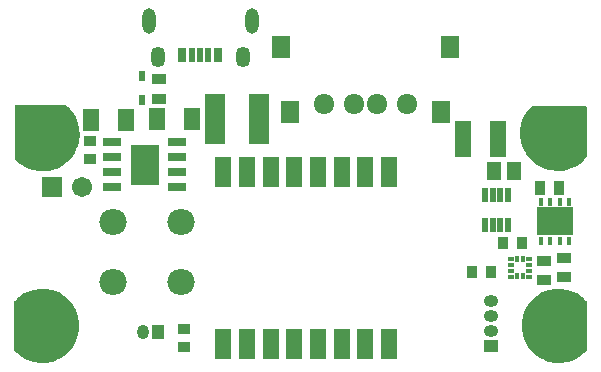
<source format=gbr>
%TF.GenerationSoftware,Altium Limited,Altium Designer,20.2.4 (192)*%
G04 Layer_Color=8388736*
%FSLAX26Y26*%
%MOIN*%
%TF.SameCoordinates,588C5E66-93D0-4E9F-B3F3-82FDCAC5A583*%
%TF.FilePolarity,Negative*%
%TF.FileFunction,Soldermask,Top*%
%TF.Part,Single*%
G01*
G75*
%TA.AperFunction,SMDPad,CuDef*%
%ADD67R,0.056819X0.076000*%
%ADD68R,0.043433X0.035559*%
%ADD70R,0.038000X0.046433*%
%ADD71R,0.035559X0.043433*%
%TA.AperFunction,ComponentPad*%
%ADD76O,0.090677X0.086740*%
%ADD77O,0.043433X0.084772*%
%ADD78O,0.049339X0.069024*%
%ADD79C,0.067055*%
%ADD80R,0.067055X0.067055*%
%ADD81O,0.067055X0.070992*%
%ADD82R,0.059181X0.076898*%
%TA.AperFunction,ViaPad*%
%ADD83C,0.165480*%
%TA.AperFunction,ComponentPad*%
%ADD84R,0.039496X0.048000*%
%ADD85O,0.039496X0.048000*%
%ADD86O,0.048000X0.039496*%
%ADD87R,0.048000X0.039496*%
%TA.AperFunction,SMDPad,CuDef*%
%ADD98R,0.023866X0.035953*%
%ADD99R,0.019527X0.016378*%
%ADD100R,0.016378X0.019527*%
%ADD101R,0.046433X0.038000*%
%TA.AperFunction,ConnectorPad*%
%ADD102R,0.029921X0.049606*%
%ADD103R,0.022047X0.049606*%
%TA.AperFunction,SMDPad,CuDef*%
%ADD104R,0.096063X0.135433*%
%ADD105R,0.063118X0.029654*%
%ADD106R,0.056819X0.118630*%
%ADD107R,0.067055X0.165480*%
%TA.AperFunction,ConnectorPad*%
%ADD108R,0.057213X0.102488*%
%TA.AperFunction,SMDPad,CuDef*%
%ADD109R,0.017323X0.025197*%
%ADD110R,0.123622X0.092126*%
%ADD111R,0.023622X0.049087*%
%ADD112R,0.047370X0.063118*%
G36*
X86150Y248191D02*
X86231Y248194D01*
X106859Y247653D01*
X106941Y247646D01*
X107022Y247646D01*
X107202Y247622D01*
X107382Y247605D01*
X107461Y247587D01*
X107542Y247577D01*
X127775Y243521D01*
X127853Y243500D01*
X127934Y243485D01*
X128108Y243431D01*
X128281Y243384D01*
X128356Y243353D01*
X128435Y243328D01*
X147677Y235877D01*
X147751Y235843D01*
X147828Y235815D01*
X147989Y235732D01*
X148153Y235656D01*
X148222Y235612D01*
X148294Y235575D01*
X165982Y224946D01*
X166048Y224900D01*
X166120Y224859D01*
X166265Y224750D01*
X166412Y224648D01*
X166473Y224593D01*
X166538Y224543D01*
X182151Y211050D01*
X182209Y210993D01*
X182272Y210941D01*
X182396Y210809D01*
X182524Y210682D01*
X182574Y210618D01*
X182630Y210558D01*
X195709Y194597D01*
X195756Y194531D01*
X195810Y194469D01*
X195909Y194318D01*
X196014Y194171D01*
X196053Y194099D01*
X196097Y194030D01*
X206258Y176070D01*
X206294Y175997D01*
X206336Y175927D01*
X206408Y175761D01*
X206486Y175598D01*
X206512Y175521D01*
X206544Y175446D01*
X213489Y156014D01*
X213511Y155936D01*
X213541Y155859D01*
X213583Y155683D01*
X213632Y155510D01*
X213644Y155430D01*
X213664Y155350D01*
X217188Y135018D01*
X217196Y134936D01*
X217212Y134856D01*
X217224Y134677D01*
X217243Y134496D01*
X217241Y134415D01*
X217247Y134333D01*
X217246Y113698D01*
X217241Y113617D01*
X217243Y113535D01*
X217224Y113355D01*
X217212Y113175D01*
X217196Y113095D01*
X217188Y113013D01*
X213664Y92682D01*
X213644Y92603D01*
X213632Y92521D01*
X213583Y92347D01*
X213541Y92172D01*
X213511Y92096D01*
X213489Y92017D01*
X206544Y72586D01*
X206512Y72510D01*
X206486Y72433D01*
X206408Y72270D01*
X206336Y72105D01*
X206294Y72035D01*
X206258Y71961D01*
X196097Y54001D01*
X196053Y53933D01*
X196014Y53860D01*
X195908Y53712D01*
X195810Y53562D01*
X195757Y53501D01*
X195709Y53434D01*
X182630Y37473D01*
X182574Y37413D01*
X182524Y37349D01*
X182395Y37222D01*
X182272Y37090D01*
X182209Y37038D01*
X182151Y36981D01*
X166538Y23488D01*
X166473Y23439D01*
X166412Y23384D01*
X166263Y23280D01*
X166120Y23172D01*
X166049Y23132D01*
X165982Y23085D01*
X148294Y12457D01*
X148221Y12419D01*
X148153Y12375D01*
X147990Y12300D01*
X147828Y12216D01*
X147751Y12188D01*
X147677Y12154D01*
X128434Y4703D01*
X128356Y4678D01*
X128281Y4647D01*
X128107Y4600D01*
X127934Y4546D01*
X127853Y4532D01*
X127775Y4511D01*
X107542Y455D01*
X107461Y444D01*
X107382Y426D01*
X107202Y409D01*
X107022Y386D01*
X106941Y385D01*
X106859Y378D01*
X86231Y-163D01*
X86150Y-160D01*
X86068Y-164D01*
X85888Y-150D01*
X85707Y-143D01*
X85626Y-129D01*
X85545Y-122D01*
X65128Y2868D01*
X65049Y2885D01*
X64967Y2894D01*
X64793Y2939D01*
X64615Y2977D01*
X64538Y3005D01*
X64459Y3025D01*
X44852Y9458D01*
X44777Y9488D01*
X44698Y9512D01*
X44533Y9586D01*
X44366Y9653D01*
X44295Y9693D01*
X44220Y9727D01*
X26000Y19414D01*
X25930Y19457D01*
X25858Y19493D01*
X25708Y19594D01*
X25554Y19689D01*
X25491Y19741D01*
X25423Y19787D01*
X9125Y32443D01*
X9064Y32497D01*
X8998Y32546D01*
X8868Y32671D01*
X8733Y32791D01*
X8679Y32852D01*
X8620Y32909D01*
X1672Y40536D01*
X1566Y40669D01*
X1454Y40795D01*
X1403Y40873D01*
X1344Y40946D01*
X1257Y41092D01*
X1163Y41231D01*
X1122Y41315D01*
X1074Y41395D01*
X1006Y41550D01*
X931Y41702D01*
X901Y41790D01*
X864Y41876D01*
X817Y42038D01*
X763Y42198D01*
X744Y42290D01*
X719Y42379D01*
X694Y42546D01*
X660Y42713D01*
X654Y42806D01*
X640Y42898D01*
X637Y43067D01*
X626Y43236D01*
X626Y43237D01*
Y204796D01*
X637Y204964D01*
X640Y205134D01*
X654Y205226D01*
X660Y205319D01*
X694Y205485D01*
X719Y205652D01*
X745Y205741D01*
X763Y205833D01*
X817Y205993D01*
X864Y206156D01*
X901Y206242D01*
X931Y206330D01*
X1006Y206482D01*
X1074Y206636D01*
X1122Y206716D01*
X1163Y206800D01*
X1257Y206940D01*
X1345Y207085D01*
X1403Y207159D01*
X1455Y207236D01*
X1566Y207363D01*
X1672Y207495D01*
X8620Y215122D01*
X8679Y215178D01*
X8733Y215240D01*
X8869Y215361D01*
X8998Y215486D01*
X9064Y215534D01*
X9125Y215588D01*
X25423Y228244D01*
X25491Y228290D01*
X25554Y228342D01*
X25708Y228437D01*
X25858Y228538D01*
X25930Y228575D01*
X26000Y228618D01*
X44220Y238304D01*
X44294Y238338D01*
X44366Y238378D01*
X44535Y238446D01*
X44699Y238520D01*
X44777Y238543D01*
X44852Y238574D01*
X64459Y245006D01*
X64539Y245027D01*
X64615Y245054D01*
X64792Y245092D01*
X64967Y245137D01*
X65049Y245147D01*
X65128Y245164D01*
X85546Y248154D01*
X85627Y248160D01*
X85707Y248174D01*
X85888Y248181D01*
X86068Y248195D01*
X86150Y248191D01*
D02*
G37*
G36*
X171035Y859694D02*
X171110Y859696D01*
X171292Y859678D01*
X171481Y859665D01*
X171557Y859650D01*
X171632Y859642D01*
X171809Y859600D01*
X171995Y859563D01*
X172069Y859538D01*
X172142Y859520D01*
X172312Y859455D01*
X172492Y859394D01*
X172561Y859360D01*
X172631Y859333D01*
X172792Y859246D01*
X172962Y859162D01*
X173026Y859119D01*
X173093Y859083D01*
X173241Y858976D01*
X173398Y858871D01*
X173456Y858820D01*
X173517Y858776D01*
X181123Y852465D01*
X181172Y852418D01*
X181224Y852378D01*
X181360Y852240D01*
X181504Y852104D01*
X181546Y852052D01*
X181592Y852005D01*
X194538Y837068D01*
X194578Y837015D01*
X194623Y836967D01*
X194737Y836806D01*
X194855Y836651D01*
X194887Y836593D01*
X194926Y836538D01*
X205259Y819688D01*
X205290Y819629D01*
X205326Y819574D01*
X205412Y819397D01*
X205503Y819224D01*
X205526Y819162D01*
X205555Y819102D01*
X212997Y800791D01*
X213018Y800728D01*
X213045Y800667D01*
X213101Y800479D01*
X213162Y800293D01*
X213175Y800227D01*
X213194Y800164D01*
X217546Y780883D01*
X217556Y780817D01*
X217573Y780753D01*
X217597Y780559D01*
X217627Y780365D01*
X217629Y780299D01*
X217637Y780232D01*
X218782Y760500D01*
X218782Y760433D01*
X218788Y760367D01*
X218780Y760170D01*
X218778Y759975D01*
X218769Y759910D01*
X218766Y759843D01*
X216673Y740188D01*
X216662Y740122D01*
X216657Y740056D01*
X216617Y739866D01*
X216584Y739672D01*
X216564Y739607D01*
X216550Y739543D01*
X211275Y720494D01*
X211254Y720431D01*
X211238Y720366D01*
X211168Y720184D01*
X211103Y719999D01*
X211073Y719939D01*
X211049Y719877D01*
X202734Y701945D01*
X202702Y701886D01*
X202676Y701825D01*
X202577Y701657D01*
X202483Y701485D01*
X202444Y701431D01*
X202410Y701374D01*
X191278Y685040D01*
X191237Y684988D01*
X191202Y684932D01*
X191076Y684782D01*
X190955Y684627D01*
X190908Y684580D01*
X190865Y684530D01*
X177216Y670233D01*
X177167Y670189D01*
X177122Y670139D01*
X176973Y670010D01*
X176829Y669879D01*
X176775Y669841D01*
X176725Y669797D01*
X160924Y657922D01*
X160867Y657885D01*
X160816Y657844D01*
X160649Y657742D01*
X160485Y657635D01*
X160425Y657606D01*
X160368Y657571D01*
X142840Y648436D01*
X142778Y648409D01*
X142721Y648376D01*
X142541Y648304D01*
X142360Y648224D01*
X142296Y648206D01*
X142234Y648181D01*
X123450Y642031D01*
X123385Y642014D01*
X123323Y641991D01*
X123131Y641949D01*
X122942Y641900D01*
X122876Y641893D01*
X122811Y641878D01*
X103274Y638878D01*
X103206Y638872D01*
X103142Y638860D01*
X102949Y638850D01*
X102751Y638832D01*
X102684Y638835D01*
X102618Y638832D01*
X82854Y639062D01*
X82788Y639068D01*
X82721Y639066D01*
X82525Y639088D01*
X82331Y639103D01*
X82266Y639116D01*
X82200Y639124D01*
X62738Y642579D01*
X62673Y642595D01*
X62608Y642605D01*
X62420Y642657D01*
X62229Y642704D01*
X62167Y642729D01*
X62103Y642746D01*
X43467Y649334D01*
X43405Y649360D01*
X43342Y649380D01*
X43165Y649463D01*
X42985Y649540D01*
X42928Y649574D01*
X42867Y649602D01*
X25557Y659145D01*
X25501Y659181D01*
X25442Y659211D01*
X25281Y659322D01*
X25116Y659427D01*
X25065Y659470D01*
X25010Y659508D01*
X9490Y671749D01*
X9441Y671793D01*
X9387Y671833D01*
X9247Y671968D01*
X9101Y672100D01*
X9058Y672150D01*
X9010Y672196D01*
X2354Y679502D01*
X2246Y679637D01*
X2133Y679767D01*
X2083Y679841D01*
X2027Y679912D01*
X1937Y680061D01*
X1842Y680203D01*
X1803Y680283D01*
X1756Y680361D01*
X1687Y680519D01*
X1611Y680674D01*
X1582Y680759D01*
X1546Y680841D01*
X1498Y681007D01*
X1443Y681170D01*
X1426Y681259D01*
X1401Y681345D01*
X1375Y681515D01*
X1342Y681685D01*
X1336Y681775D01*
X1322Y681864D01*
X1319Y682036D01*
X1308Y682208D01*
X1595Y855697D01*
X1611Y855949D01*
X1629Y856214D01*
X1630Y856217D01*
X1630Y856221D01*
X1681Y856473D01*
X1731Y856728D01*
X1732Y856731D01*
X1733Y856735D01*
X1821Y856994D01*
X1900Y857225D01*
X1901Y857228D01*
X1902Y857231D01*
X2021Y857471D01*
X2132Y857695D01*
X2134Y857698D01*
X2135Y857701D01*
X2279Y857915D01*
X2423Y858131D01*
X2425Y858134D01*
X2427Y858136D01*
X2598Y858330D01*
X2769Y858525D01*
X2771Y858528D01*
X2773Y858530D01*
X2960Y858693D01*
X3163Y858871D01*
X3166Y858873D01*
X3168Y858875D01*
X3375Y859013D01*
X3599Y859162D01*
X3602Y859164D01*
X3605Y859166D01*
X3835Y859279D01*
X4069Y859394D01*
X4072Y859395D01*
X4075Y859397D01*
X4312Y859477D01*
X4566Y859563D01*
X4569Y859563D01*
X4572Y859564D01*
X4834Y859616D01*
X5080Y859665D01*
X5083Y859665D01*
X5087Y859666D01*
X5358Y859683D01*
X5603Y859699D01*
X170958D01*
X171035Y859694D01*
D02*
G37*
G36*
X1823561Y248181D02*
X1823741Y248174D01*
X1823822Y248160D01*
X1823903Y248154D01*
X1844321Y245164D01*
X1844400Y245147D01*
X1844482Y245137D01*
X1844656Y245092D01*
X1844833Y245054D01*
X1844911Y245026D01*
X1844989Y245006D01*
X1864596Y238574D01*
X1864672Y238543D01*
X1864750Y238520D01*
X1864916Y238445D01*
X1865083Y238378D01*
X1865154Y238338D01*
X1865228Y238304D01*
X1883449Y228618D01*
X1883519Y228574D01*
X1883591Y228538D01*
X1883740Y228437D01*
X1883895Y228342D01*
X1883958Y228290D01*
X1884025Y228244D01*
X1900324Y215588D01*
X1900384Y215534D01*
X1900451Y215486D01*
X1900581Y215360D01*
X1900716Y215240D01*
X1900769Y215179D01*
X1900828Y215122D01*
X1907777Y207495D01*
X1907882Y207364D01*
X1907994Y207236D01*
X1908046Y207158D01*
X1908104Y207085D01*
X1908191Y206941D01*
X1908285Y206800D01*
X1908327Y206716D01*
X1908375Y206636D01*
X1908442Y206482D01*
X1908517Y206330D01*
X1908547Y206241D01*
X1908585Y206156D01*
X1908632Y205993D01*
X1908686Y205833D01*
X1908704Y205741D01*
X1908730Y205652D01*
X1908755Y205486D01*
X1908788Y205319D01*
X1908794Y205225D01*
X1908808Y205133D01*
X1908812Y204965D01*
X1908823Y204796D01*
Y204796D01*
D01*
X1908822Y43236D01*
X1908811Y43067D01*
X1908808Y42898D01*
X1908794Y42806D01*
X1908788Y42712D01*
X1908755Y42546D01*
X1908730Y42379D01*
X1908704Y42290D01*
X1908686Y42198D01*
X1908632Y42038D01*
X1908585Y41875D01*
X1908547Y41790D01*
X1908517Y41702D01*
X1908443Y41550D01*
X1908375Y41395D01*
X1908327Y41315D01*
X1908285Y41231D01*
X1908192Y41091D01*
X1908104Y40946D01*
X1908046Y40873D01*
X1907994Y40795D01*
X1907883Y40669D01*
X1907777Y40536D01*
X1900828Y32909D01*
X1900770Y32853D01*
X1900716Y32791D01*
X1900580Y32670D01*
X1900451Y32546D01*
X1900385Y32497D01*
X1900324Y32443D01*
X1884025Y19787D01*
X1883958Y19741D01*
X1883895Y19689D01*
X1883740Y19594D01*
X1883591Y19493D01*
X1883518Y19457D01*
X1883449Y19414D01*
X1865228Y9727D01*
X1865154Y9694D01*
X1865083Y9653D01*
X1864914Y9586D01*
X1864750Y9512D01*
X1864672Y9488D01*
X1864596Y9458D01*
X1844989Y3025D01*
X1844910Y3005D01*
X1844833Y2977D01*
X1844657Y2939D01*
X1844482Y2894D01*
X1844400Y2885D01*
X1844321Y2868D01*
X1823903Y-122D01*
X1823822Y-129D01*
X1823741Y-143D01*
X1823561Y-150D01*
X1823381Y-164D01*
X1823299Y-160D01*
X1823217Y-163D01*
X1802589Y378D01*
X1802508Y385D01*
X1802426Y386D01*
X1802247Y409D01*
X1802067Y426D01*
X1801988Y444D01*
X1801907Y455D01*
X1781674Y4511D01*
X1781595Y4532D01*
X1781514Y4546D01*
X1781341Y4601D01*
X1781168Y4647D01*
X1781093Y4678D01*
X1781014Y4703D01*
X1761772Y12155D01*
X1761698Y12189D01*
X1761621Y12216D01*
X1761460Y12299D01*
X1761296Y12375D01*
X1761227Y12419D01*
X1761154Y12457D01*
X1743467Y23085D01*
X1743400Y23131D01*
X1743329Y23172D01*
X1743183Y23282D01*
X1743036Y23384D01*
X1742976Y23439D01*
X1742910Y23488D01*
X1727298Y36981D01*
X1727240Y37038D01*
X1727177Y37090D01*
X1727053Y37222D01*
X1726925Y37349D01*
X1726874Y37413D01*
X1726819Y37473D01*
X1713740Y53434D01*
X1713692Y53500D01*
X1713639Y53562D01*
X1713540Y53714D01*
X1713435Y53860D01*
X1713396Y53933D01*
X1713351Y54001D01*
X1703190Y71961D01*
X1703155Y72035D01*
X1703113Y72105D01*
X1703041Y72270D01*
X1702963Y72433D01*
X1702937Y72510D01*
X1702905Y72586D01*
X1695960Y92017D01*
X1695938Y92096D01*
X1695908Y92172D01*
X1695866Y92349D01*
X1695816Y92521D01*
X1695804Y92602D01*
X1695785Y92682D01*
X1692261Y113013D01*
X1692252Y113095D01*
X1692236Y113175D01*
X1692225Y113355D01*
X1692205Y113535D01*
X1692207Y113617D01*
X1692202Y113698D01*
X1692202Y134333D01*
X1692207Y134415D01*
X1692206Y134496D01*
X1692225Y134677D01*
X1692236Y134856D01*
X1692252Y134936D01*
X1692261Y135018D01*
X1695785Y155350D01*
X1695804Y155429D01*
X1695816Y155510D01*
X1695866Y155684D01*
X1695908Y155859D01*
X1695938Y155936D01*
X1695960Y156014D01*
X1702905Y175446D01*
X1702937Y175521D01*
X1702963Y175598D01*
X1703041Y175761D01*
X1703113Y175927D01*
X1703155Y175997D01*
X1703190Y176071D01*
X1713351Y194031D01*
X1713396Y194099D01*
X1713435Y194171D01*
X1713540Y194319D01*
X1713639Y194469D01*
X1713692Y194531D01*
X1713740Y194597D01*
X1726819Y210558D01*
X1726874Y210618D01*
X1726925Y210682D01*
X1727053Y210809D01*
X1727177Y210941D01*
X1727240Y210993D01*
X1727298Y211050D01*
X1742911Y224543D01*
X1742976Y224592D01*
X1743036Y224648D01*
X1743185Y224751D01*
X1743329Y224859D01*
X1743400Y224900D01*
X1743467Y224946D01*
X1761154Y235575D01*
X1761228Y235613D01*
X1761296Y235656D01*
X1761458Y235731D01*
X1761620Y235815D01*
X1761698Y235843D01*
X1761772Y235877D01*
X1781014Y243328D01*
X1781092Y243353D01*
X1781168Y243384D01*
X1781342Y243431D01*
X1781515Y243485D01*
X1781595Y243500D01*
X1781674Y243521D01*
X1801907Y247577D01*
X1801988Y247587D01*
X1802067Y247605D01*
X1802247Y247622D01*
X1802426Y247646D01*
X1802508Y247646D01*
X1802589Y247653D01*
X1823217Y248194D01*
X1823299Y248191D01*
X1823381Y248195D01*
X1823561Y248181D01*
D02*
G37*
G36*
X1903988Y857735D02*
X1904239Y857718D01*
X1904505Y857700D01*
X1904508Y857700D01*
X1904511Y857699D01*
X1904764Y857649D01*
X1905019Y857598D01*
X1905022Y857597D01*
X1905025Y857596D01*
X1905285Y857508D01*
X1905515Y857429D01*
X1905518Y857428D01*
X1905521Y857427D01*
X1905761Y857308D01*
X1905986Y857197D01*
X1905988Y857196D01*
X1905991Y857194D01*
X1906205Y857051D01*
X1906422Y856906D01*
X1906424Y856904D01*
X1906427Y856902D01*
X1906620Y856732D01*
X1906816Y856561D01*
X1906818Y856558D01*
X1906821Y856556D01*
X1906983Y856370D01*
X1907161Y856166D01*
X1907164Y856163D01*
X1907166Y856161D01*
X1907303Y855954D01*
X1907453Y855730D01*
X1907454Y855727D01*
X1907456Y855725D01*
X1907569Y855494D01*
X1907685Y855260D01*
X1907686Y855257D01*
X1907687Y855254D01*
X1907767Y855017D01*
X1907853Y854764D01*
X1907854Y854760D01*
X1907855Y854757D01*
X1907907Y854495D01*
X1907956Y854249D01*
X1907956Y854246D01*
X1907957Y854243D01*
X1907974Y853971D01*
X1907990Y853726D01*
Y688372D01*
X1907985Y688294D01*
X1907987Y688219D01*
X1907968Y688037D01*
X1907956Y687848D01*
X1907940Y687772D01*
X1907933Y687697D01*
X1907890Y687520D01*
X1907853Y687334D01*
X1907828Y687260D01*
X1907811Y687187D01*
X1907745Y687017D01*
X1907685Y686838D01*
X1907650Y686768D01*
X1907623Y686698D01*
X1907536Y686536D01*
X1907453Y686367D01*
X1907410Y686303D01*
X1907374Y686236D01*
X1907265Y686087D01*
X1907161Y685931D01*
X1907111Y685874D01*
X1907066Y685812D01*
X1900755Y678206D01*
X1900709Y678158D01*
X1900668Y678106D01*
X1900530Y677969D01*
X1900395Y677826D01*
X1900343Y677784D01*
X1900296Y677737D01*
X1885359Y664791D01*
X1885306Y664751D01*
X1885257Y664706D01*
X1885097Y664592D01*
X1884941Y664475D01*
X1884884Y664442D01*
X1884829Y664403D01*
X1867979Y654070D01*
X1867919Y654039D01*
X1867864Y654003D01*
X1867688Y653917D01*
X1867515Y653826D01*
X1867453Y653803D01*
X1867392Y653774D01*
X1849081Y646332D01*
X1849018Y646311D01*
X1848957Y646284D01*
X1848769Y646228D01*
X1848583Y646167D01*
X1848518Y646154D01*
X1848454Y646135D01*
X1829173Y641783D01*
X1829108Y641773D01*
X1829043Y641756D01*
X1828849Y641732D01*
X1828656Y641702D01*
X1828589Y641700D01*
X1828523Y641692D01*
X1808790Y640547D01*
X1808724Y640548D01*
X1808657Y640542D01*
X1808460Y640549D01*
X1808266Y640551D01*
X1808201Y640560D01*
X1808133Y640563D01*
X1788479Y642656D01*
X1788413Y642667D01*
X1788347Y642672D01*
X1788156Y642712D01*
X1787962Y642745D01*
X1787898Y642765D01*
X1787833Y642779D01*
X1768784Y648054D01*
X1768721Y648076D01*
X1768657Y648091D01*
X1768475Y648162D01*
X1768289Y648226D01*
X1768230Y648256D01*
X1768168Y648280D01*
X1750236Y656595D01*
X1750177Y656627D01*
X1750116Y656653D01*
X1749947Y656752D01*
X1749775Y656846D01*
X1749722Y656885D01*
X1749664Y656919D01*
X1733331Y668051D01*
X1733278Y668092D01*
X1733222Y668127D01*
X1733072Y668253D01*
X1732918Y668374D01*
X1732871Y668421D01*
X1732820Y668464D01*
X1718524Y682114D01*
X1718479Y682162D01*
X1718429Y682207D01*
X1718301Y682356D01*
X1718169Y682500D01*
X1718131Y682554D01*
X1718088Y682605D01*
X1706212Y698405D01*
X1706175Y698462D01*
X1706134Y698513D01*
X1706033Y698680D01*
X1705925Y698844D01*
X1705897Y698904D01*
X1705862Y698961D01*
X1696726Y716489D01*
X1696699Y716551D01*
X1696667Y716608D01*
X1696595Y716788D01*
X1696515Y716969D01*
X1696496Y717033D01*
X1696472Y717095D01*
X1690321Y735880D01*
X1690304Y735944D01*
X1690282Y736006D01*
X1690239Y736198D01*
X1690191Y736388D01*
X1690183Y736453D01*
X1690168Y736519D01*
X1687168Y756056D01*
X1687162Y756123D01*
X1687150Y756187D01*
X1687140Y756380D01*
X1687123Y756578D01*
X1687126Y756645D01*
X1687122Y756711D01*
X1687353Y776475D01*
X1687358Y776541D01*
X1687357Y776608D01*
X1687378Y776804D01*
X1687393Y776998D01*
X1687407Y777063D01*
X1687414Y777129D01*
X1690870Y796591D01*
X1690886Y796656D01*
X1690895Y796721D01*
X1690948Y796909D01*
X1690995Y797100D01*
X1691019Y797162D01*
X1691037Y797226D01*
X1697624Y815862D01*
X1697650Y815924D01*
X1697670Y815987D01*
X1697754Y816164D01*
X1697831Y816344D01*
X1697865Y816401D01*
X1697893Y816462D01*
X1707435Y833772D01*
X1707471Y833828D01*
X1707501Y833887D01*
X1707612Y834048D01*
X1707718Y834213D01*
X1707760Y834264D01*
X1707798Y834319D01*
X1720039Y849839D01*
X1720084Y849888D01*
X1720123Y849942D01*
X1720259Y850082D01*
X1720390Y850228D01*
X1720441Y850271D01*
X1720487Y850319D01*
X1727792Y856975D01*
X1727927Y857083D01*
X1728057Y857197D01*
X1728131Y857246D01*
X1728202Y857303D01*
X1728351Y857392D01*
X1728494Y857487D01*
X1728574Y857527D01*
X1728651Y857573D01*
X1728810Y857642D01*
X1728964Y857718D01*
X1729050Y857747D01*
X1729132Y857783D01*
X1729297Y857831D01*
X1729461Y857886D01*
X1729550Y857904D01*
X1729636Y857928D01*
X1729805Y857954D01*
X1729976Y857987D01*
X1730066Y857993D01*
X1730154Y858007D01*
X1730326Y858010D01*
X1730499Y858021D01*
X1903988Y857735D01*
D02*
G37*
D67*
X476969Y812992D02*
D03*
X593898D02*
D03*
X255709Y809842D02*
D03*
X372638D02*
D03*
D68*
X566535Y114556D02*
D03*
Y52745D02*
D03*
X252953Y679724D02*
D03*
Y741535D02*
D03*
D70*
X1815300Y585012D02*
D03*
X1751489D02*
D03*
D71*
X1526241Y303374D02*
D03*
X1588052D02*
D03*
X1691339Y398778D02*
D03*
X1629528D02*
D03*
D76*
X330181Y271654D02*
D03*
Y471654D02*
D03*
X555181Y271654D02*
D03*
X555181Y471654D02*
D03*
D77*
X448819Y1138780D02*
D03*
X791339D02*
D03*
D78*
X478346Y1019685D02*
D03*
X761811D02*
D03*
D79*
X224760Y586417D02*
D03*
D80*
X124760D02*
D03*
D81*
X1309055Y863779D02*
D03*
X1210630D02*
D03*
X1131890D02*
D03*
X1033465D02*
D03*
D82*
X1423228Y838583D02*
D03*
X919291D02*
D03*
X889764Y1053543D02*
D03*
X1452756D02*
D03*
D83*
X88583Y767716D02*
D03*
X1820866Y124016D02*
D03*
Y767716D02*
D03*
X88583Y124016D02*
D03*
D84*
X478740Y103347D02*
D03*
D85*
X428740D02*
D03*
D86*
X1589567Y205512D02*
D03*
Y155512D02*
D03*
Y105512D02*
D03*
D87*
Y55512D02*
D03*
D98*
X425197Y877953D02*
D03*
Y956693D02*
D03*
D99*
X1656693Y347624D02*
D03*
Y327939D02*
D03*
Y308254D02*
D03*
Y288569D02*
D03*
X1715354D02*
D03*
Y308254D02*
D03*
Y327939D02*
D03*
Y347624D02*
D03*
D100*
X1676181Y288766D02*
D03*
X1695866D02*
D03*
Y347427D02*
D03*
X1676181D02*
D03*
D101*
X1767716Y276165D02*
D03*
Y339976D02*
D03*
X1832677Y350572D02*
D03*
Y286761D02*
D03*
X482284Y945291D02*
D03*
Y881480D02*
D03*
D102*
X559055Y1025591D02*
D03*
X681102D02*
D03*
D103*
X594488D02*
D03*
X620079D02*
D03*
X645669D02*
D03*
D104*
X435039Y661417D02*
D03*
D105*
X326772Y736417D02*
D03*
Y686417D02*
D03*
Y636417D02*
D03*
Y586417D02*
D03*
X543307Y736417D02*
D03*
Y686417D02*
D03*
Y636417D02*
D03*
Y586417D02*
D03*
D106*
X1612599Y746895D02*
D03*
X1495669D02*
D03*
D107*
X814961Y814961D02*
D03*
X669291D02*
D03*
D108*
X697835Y62992D02*
D03*
X776575D02*
D03*
X855315D02*
D03*
X934055D02*
D03*
X1012795D02*
D03*
X1091536D02*
D03*
X1170276D02*
D03*
X1249016D02*
D03*
X697835Y637795D02*
D03*
X776575D02*
D03*
X855315D02*
D03*
X934055D02*
D03*
X1012795D02*
D03*
X1091536D02*
D03*
X1170276D02*
D03*
X1249016D02*
D03*
D109*
X1850394Y537402D02*
D03*
X1818898D02*
D03*
X1787402D02*
D03*
X1755906D02*
D03*
X1850394Y407480D02*
D03*
X1818898D02*
D03*
X1787402D02*
D03*
X1755906D02*
D03*
D110*
X1803150Y472441D02*
D03*
D111*
X1646161Y560109D02*
D03*
X1620570Y560306D02*
D03*
X1594979Y560109D02*
D03*
X1569389D02*
D03*
Y460109D02*
D03*
X1594979D02*
D03*
X1620570D02*
D03*
X1646161D02*
D03*
D112*
X1665807Y639833D02*
D03*
X1600453D02*
D03*
%TF.MD5,82503e7ea84436bdda923cd440582c7c*%
M02*

</source>
